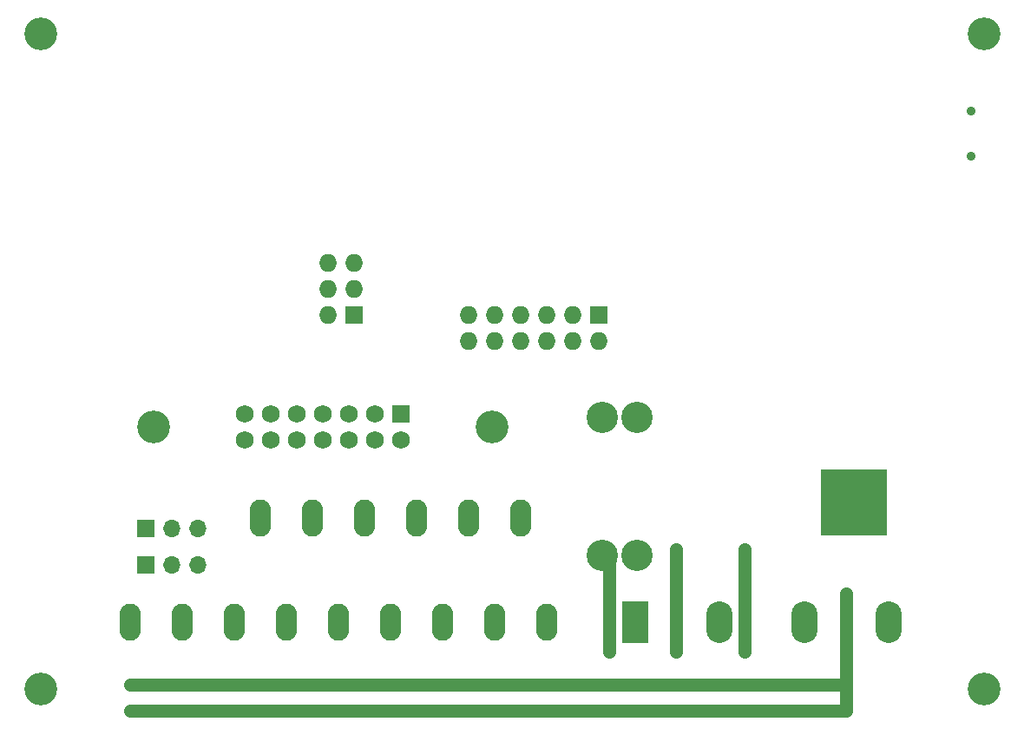
<source format=gbs>
G04 #@! TF.FileFunction,Soldermask,Bot*
%FSLAX46Y46*%
G04 Gerber Fmt 4.6, Leading zero omitted, Abs format (unit mm)*
G04 Created by KiCad (PCBNEW 4.0.7-e2-6376~61~ubuntu18.04.1) date Sun Dec  8 19:52:44 2019*
%MOMM*%
%LPD*%
G01*
G04 APERTURE LIST*
%ADD10C,0.100000*%
%ADD11C,1.270000*%
%ADD12C,0.900000*%
%ADD13C,3.200000*%
%ADD14R,1.727200X1.727200*%
%ADD15O,1.727200X1.727200*%
%ADD16R,1.320800X1.320800*%
%ADD17R,1.320800X1.447800*%
%ADD18C,3.048000*%
%ADD19R,1.700000X1.700000*%
%ADD20O,1.700000X1.700000*%
%ADD21R,2.540000X4.064000*%
%ADD22O,2.540000X4.064000*%
%ADD23O,2.082800X3.606800*%
%ADD24C,1.727200*%
G04 APERTURE END LIST*
D10*
D11*
X12700000Y-70104000D02*
X82550000Y-70104000D01*
X82550000Y-58674000D02*
X82550000Y-70104000D01*
X12700000Y-67564000D02*
X82550000Y-67564000D01*
X59436000Y-54356000D02*
X59436000Y-64356000D01*
X72644000Y-54356000D02*
X72644000Y-64356000D01*
X66000000Y-54356000D02*
X66000000Y-64356000D01*
D12*
X94796000Y-15980000D03*
X94796000Y-11580000D03*
D13*
X4000000Y-4000000D03*
X96000000Y-4000000D03*
X4000000Y-68000000D03*
D14*
X58420000Y-31436000D03*
D15*
X58420000Y-33976000D03*
X55880000Y-31436000D03*
X55880000Y-33976000D03*
X53340000Y-31436000D03*
X53340000Y-33976000D03*
X50800000Y-31436000D03*
X50800000Y-33976000D03*
X48260000Y-31436000D03*
X48260000Y-33976000D03*
X45720000Y-31436000D03*
X45720000Y-33976000D03*
D14*
X34544000Y-31436000D03*
D15*
X32004000Y-31436000D03*
X34544000Y-28896000D03*
X32004000Y-28896000D03*
X34544000Y-26356000D03*
X32004000Y-26356000D03*
D13*
X96000000Y-68000000D03*
D16*
X80772000Y-48454000D03*
X80772000Y-52264000D03*
X80772000Y-50994000D03*
X80772000Y-49724000D03*
D17*
X80772000Y-47184000D03*
D16*
X82042000Y-52264000D03*
X83312000Y-52264000D03*
X84582000Y-52264000D03*
X85852000Y-52264000D03*
X82042000Y-50994000D03*
X82042000Y-49724000D03*
X82042000Y-48454000D03*
D17*
X82042000Y-47184000D03*
D16*
X83312000Y-50994000D03*
X83312000Y-49724000D03*
X83312000Y-48454000D03*
D17*
X83312000Y-47184000D03*
D16*
X84582000Y-50994000D03*
X84582000Y-49724000D03*
X84582000Y-48454000D03*
D17*
X84582000Y-47184000D03*
D16*
X85852000Y-50994000D03*
X85852000Y-49724000D03*
X85852000Y-48454000D03*
D17*
X85852000Y-47184000D03*
D18*
X62153800Y-41469000D03*
X58750200Y-41469000D03*
X62153800Y-54931000D03*
X58750200Y-54931000D03*
D19*
X14224000Y-55820000D03*
D20*
X16764000Y-55820000D03*
X19304000Y-55820000D03*
D19*
X14224000Y-52264000D03*
D20*
X16764000Y-52264000D03*
X19304000Y-52264000D03*
D21*
X61976000Y-61408000D03*
D22*
X70231000Y-61408000D03*
X78486000Y-61408000D03*
X86741000Y-61408000D03*
D23*
X27940000Y-61408000D03*
X33020000Y-61408000D03*
X38100000Y-61408000D03*
X25400000Y-51248000D03*
X30480000Y-51248000D03*
X35560000Y-51248000D03*
X43180000Y-61408000D03*
X48260000Y-61408000D03*
X53340000Y-61408000D03*
X40640000Y-51248000D03*
X45720000Y-51248000D03*
X50800000Y-51248000D03*
X12700000Y-61408000D03*
X17780000Y-61408000D03*
X22860000Y-61408000D03*
D14*
X39116000Y-41088000D03*
D24*
X39116000Y-43628000D03*
X36576000Y-41088000D03*
X36576000Y-43628000D03*
X34036000Y-41088000D03*
X34036000Y-43628000D03*
X31496000Y-41088000D03*
X31496000Y-43628000D03*
X28956000Y-41088000D03*
X28956000Y-43628000D03*
X26416000Y-41088000D03*
X26416000Y-43628000D03*
X23876000Y-41088000D03*
X23876000Y-43628000D03*
D13*
X48006000Y-42358000D03*
X14986000Y-42358000D03*
M02*

</source>
